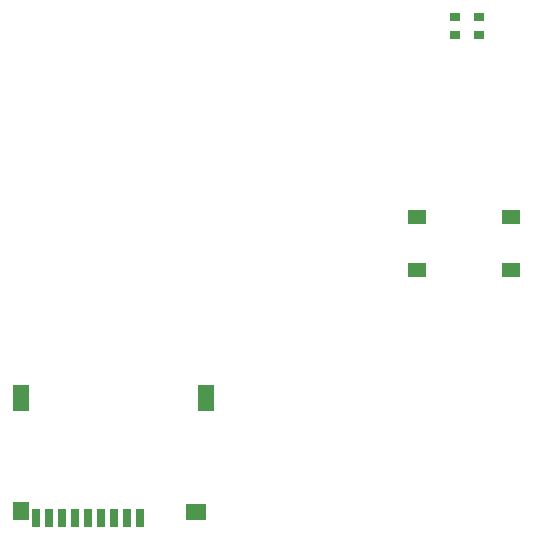
<source format=gbp>
G04 #@! TF.FileFunction,Paste,Bot*
%FSLAX46Y46*%
G04 Gerber Fmt 4.6, Leading zero omitted, Abs format (unit mm)*
G04 Created by KiCad (PCBNEW 4.0.7) date 2018 June 20, Wednesday 04:28:19*
%MOMM*%
%LPD*%
G01*
G04 APERTURE LIST*
%ADD10C,0.050000*%
%ADD11R,0.889000X0.762000*%
%ADD12R,1.550000X1.300000*%
%ADD13R,0.698500X1.597660*%
%ADD14R,1.399540X1.597660*%
%ADD15R,1.399540X2.199640*%
%ADD16R,1.798320X1.399540*%
G04 APERTURE END LIST*
D10*
D11*
X72990000Y44917000D03*
X72990000Y43393000D03*
X70990000Y44917000D03*
X70990000Y43393000D03*
D12*
X67760000Y23505000D03*
X75710000Y23505000D03*
X67760000Y28005000D03*
X75710000Y28005000D03*
D13*
X44309300Y2505960D03*
X43209480Y2505960D03*
X42109660Y2505960D03*
X41012380Y2505960D03*
X39912560Y2505960D03*
X38812740Y2505960D03*
X37712920Y2505960D03*
X36613100Y2505960D03*
X35513280Y2505960D03*
D14*
X34212800Y3105400D03*
D15*
X34212800Y12605000D03*
X49910000Y12605000D03*
D16*
X49010840Y3003800D03*
M02*

</source>
